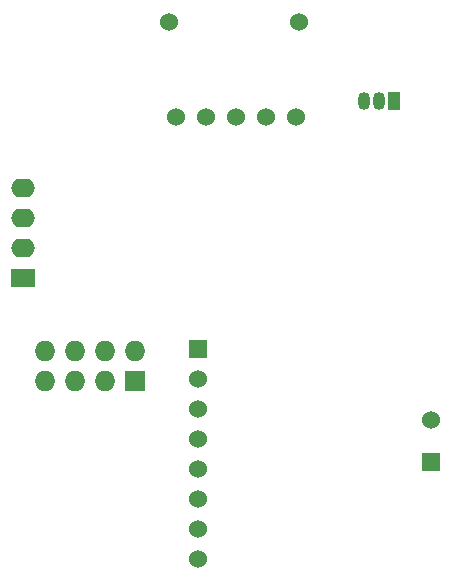
<source format=gbr>
%TF.GenerationSoftware,KiCad,Pcbnew,8.0.8-unknown-202501290020~8b811aa383~ubuntu24.04.1*%
%TF.CreationDate,2025-03-07T17:37:35-05:00*%
%TF.ProjectId,Acceleration Logger,41636365-6c65-4726-9174-696f6e204c6f,rev?*%
%TF.SameCoordinates,Original*%
%TF.FileFunction,Soldermask,Bot*%
%TF.FilePolarity,Negative*%
%FSLAX46Y46*%
G04 Gerber Fmt 4.6, Leading zero omitted, Abs format (unit mm)*
G04 Created by KiCad (PCBNEW 8.0.8-unknown-202501290020~8b811aa383~ubuntu24.04.1) date 2025-03-07 17:37:35*
%MOMM*%
%LPD*%
G01*
G04 APERTURE LIST*
%ADD10C,1.524000*%
%ADD11R,2.000000X1.600000*%
%ADD12O,2.000000X1.600000*%
%ADD13R,1.524000X1.524000*%
%ADD14R,1.727200X1.727200*%
%ADD15O,1.727200X1.727200*%
%ADD16R,1.050000X1.500000*%
%ADD17O,1.050000X1.500000*%
G04 APERTURE END LIST*
D10*
%TO.C,J2*%
X136430000Y-82970000D03*
X138970000Y-82970000D03*
X141510000Y-82970000D03*
X144050000Y-82970000D03*
X146590000Y-82970000D03*
X146830000Y-74970000D03*
X135830000Y-74970000D03*
%TD*%
D11*
%TO.C,DISP1*%
X123397500Y-96620000D03*
D12*
X123397500Y-94080000D03*
X123397500Y-91540000D03*
X123397500Y-89000000D03*
%TD*%
D13*
%TO.C,U2*%
X138290000Y-102645000D03*
D10*
X138290000Y-105185000D03*
X138290000Y-107725000D03*
X138290000Y-110265000D03*
X138290000Y-112805000D03*
X138290000Y-115345000D03*
X138290000Y-117885000D03*
X138290000Y-120425000D03*
%TD*%
D14*
%TO.C,U1*%
X132890000Y-105340000D03*
D15*
X132890000Y-102800000D03*
X130350000Y-105340000D03*
X130350000Y-102800000D03*
X127810000Y-105340000D03*
X127810000Y-102800000D03*
X125270000Y-105340000D03*
X125270000Y-102800000D03*
%TD*%
D16*
%TO.C,U3*%
X154810000Y-81620000D03*
D17*
X153540000Y-81620000D03*
X152270000Y-81620000D03*
%TD*%
D13*
%TO.C,J1*%
X158020000Y-112180000D03*
D10*
X158020000Y-108680000D03*
%TD*%
M02*

</source>
